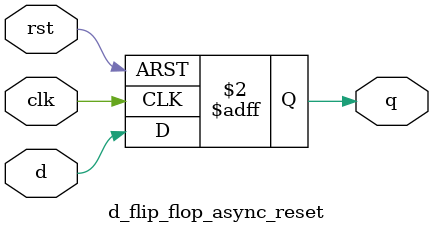
<source format=v>
module d_flip_flop_async_reset (
    input wire clk,
    input wire rst,
    input wire d,
    output reg q
);

always @(posedge clk or posedge rst) begin
    if (rst)
        q <= 1'b0;
    else
        q <= d;
end

endmodule

</source>
